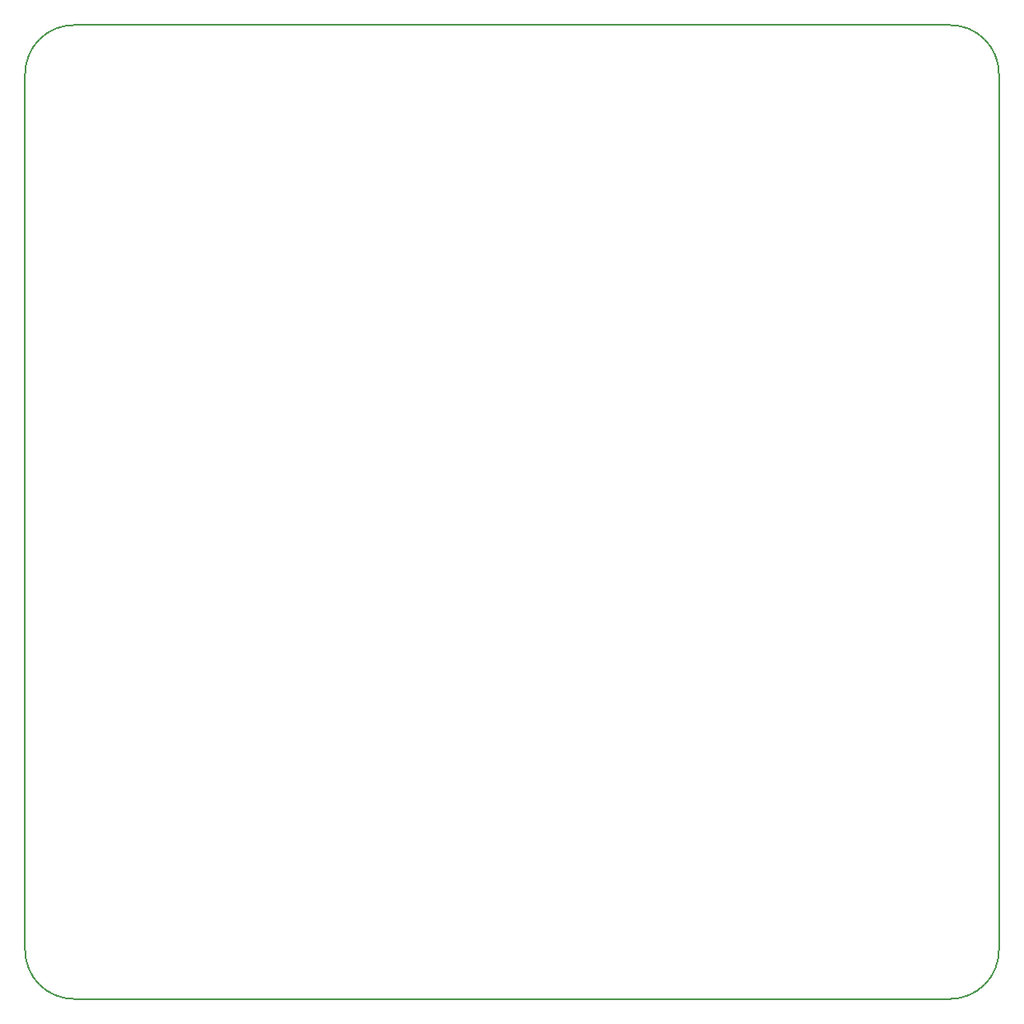
<source format=gbr>
G04 #@! TF.GenerationSoftware,KiCad,Pcbnew,(5.0.0-3-g5ebb6b6)*
G04 #@! TF.CreationDate,2019-05-14T13:45:27-04:00*
G04 #@! TF.ProjectId,Protoboard,50726F746F626F6172642E6B69636164,rev?*
G04 #@! TF.SameCoordinates,Original*
G04 #@! TF.FileFunction,Profile,NP*
%FSLAX46Y46*%
G04 Gerber Fmt 4.6, Leading zero omitted, Abs format (unit mm)*
G04 Created by KiCad (PCBNEW (5.0.0-3-g5ebb6b6)) date Tuesday, May 14, 2019 at 01:45:27 PM*
%MOMM*%
%LPD*%
G01*
G04 APERTURE LIST*
%ADD10C,0.150000*%
G04 APERTURE END LIST*
D10*
X220000000Y-115000000D02*
G75*
G02X215000000Y-120000000I-5000000J0D01*
G01*
X215000000Y-20000000D02*
G75*
G02X220000000Y-25000000I0J-5000000D01*
G01*
X120000000Y-25000000D02*
G75*
G02X125000000Y-20000000I5000000J0D01*
G01*
X125000000Y-120000000D02*
G75*
G02X120000000Y-115000000I0J5000000D01*
G01*
X120000000Y-25000000D02*
X120000000Y-115000000D01*
X215000000Y-20000000D02*
X125000000Y-20000000D01*
X220000000Y-115000000D02*
X220000000Y-25000000D01*
X125000000Y-120000000D02*
X215000000Y-120000000D01*
M02*

</source>
